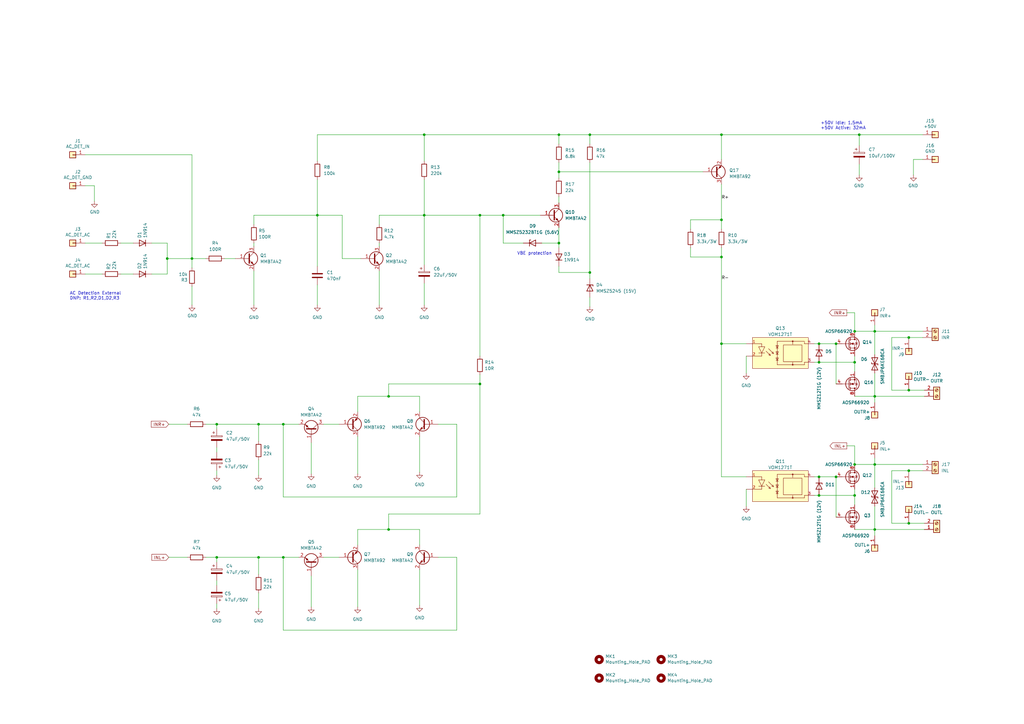
<source format=kicad_sch>
(kicad_sch (version 20230121) (generator eeschema)
  (paper "A3")
  (title_block (title "LS protection solid state relais") (date "2023-06-28") (rev "V7"))
  (lib_symbols
    (symbol "Connector:Screw_Terminal_01x02" (pin_names (offset 1.016) hide)
      (property "Reference" "J" (at 0 2.54 0))
      (property "Value" "Screw_Terminal_01x02" (at 0 -5.08 0))
      (symbol "Screw_Terminal_01x02_1_1"
        (rectangle (start -1.27 1.27) (end 1.27 -3.81) (stroke (width 0.254)) (fill (type background)))
        (circle (center 0 -2.54) (radius 0.635) (stroke (width 0.1524)))
        (polyline (pts (xy -0.5334 -2.2098) (xy 0.3302 -3.048)) (stroke (width 0.1524)))
        (polyline (pts (xy -0.5334 0.3302) (xy 0.3302 -0.508)) (stroke (width 0.1524)))
        (polyline (pts (xy -0.3556 -2.032) (xy 0.508 -2.8702)) (stroke (width 0.1524)))
        (polyline (pts (xy -0.3556 0.508) (xy 0.508 -0.3302)) (stroke (width 0.1524)))
        (circle (center 0 0) (radius 0.635) (stroke (width 0.1524)))
        (pin passive line (at -5.08 0 0) (length 3.81) (name "Pin_1") (number "1"))
        (pin passive line (at -5.08 -2.54 0) (length 3.81) (name "Pin_2") (number "2"))
      )
    )
    (symbol "Connector_Generic:Conn_01x01" (pin_names (offset 1.016) hide)
      (property "Reference" "J" (at 0 2.54 0))
      (property "Value" "Conn_01x01" (at 0 -2.54 0))
      (symbol "Conn_01x01_1_1"
        (rectangle (start -1.27 0.127) (end 0 -0.127) (stroke (width 0.1524)))
        (rectangle (start -1.27 1.27) (end 1.27 -1.27) (stroke (width 0.254)) (fill (type background)))
        (pin passive line (at -5.08 0 0) (length 3.81) (name "Pin_1") (number "1"))
      )
    )
    (symbol "Device:C" (pin_numbers hide) (pin_names (offset 0.254))
      (property "Reference" "C" (at 0.635 2.54 0))
      (property "Value" "C" (at 0.635 -2.54 0))
      (symbol "C_0_1"
        (polyline (pts (xy -2.032 -0.762) (xy 2.032 -0.762)) (stroke (width 0.508)))
        (polyline (pts (xy -2.032 0.762) (xy 2.032 0.762)) (stroke (width 0.508)))
      )
      (symbol "C_1_1"
        (pin passive line (at 0 3.81 270) (length 2.794) (name "~") (number "1"))
        (pin passive line (at 0 -3.81 90) (length 2.794) (name "~") (number "2"))
      )
    )
    (symbol "Device:C_Polarized" (pin_numbers hide) (pin_names (offset 0.254))
      (property "Reference" "C" (at 0.635 2.54 0))
      (property "Value" "C_Polarized" (at 0.635 -2.54 0))
      (symbol "C_Polarized_0_1"
        (rectangle (start -2.286 0.508) (end 2.286 1.016))
        (polyline (pts (xy -1.778 2.286) (xy -0.762 2.286)))
        (polyline (pts (xy -1.27 2.794) (xy -1.27 1.778)))
        (rectangle (start 2.286 -0.508) (end -2.286 -1.016) (fill (type outline)))
      )
      (symbol "C_Polarized_1_1"
        (pin passive line (at 0 3.81 270) (length 2.794) (name "~") (number "1"))
        (pin passive line (at 0 -3.81 90) (length 2.794) (name "~") (number "2"))
      )
    )
    (symbol "Device:D_TVS" (pin_numbers hide) (pin_names (offset 1.016) hide)
      (property "Reference" "D" (at 0 2.54 0))
      (property "Value" "D_TVS" (at 0 -2.54 0))
      (symbol "D_TVS_0_1"
        (polyline (pts (xy 1.27 0) (xy -1.27 0)))
        (polyline (pts (xy 0.508 1.27) (xy 0 1.27) (xy 0 -1.27) (xy -0.508 -1.27)) (stroke (width 0.254)))
        (polyline (pts (xy -2.54 1.27) (xy -2.54 -1.27) (xy 2.54 1.27) (xy 2.54 -1.27) (xy -2.54 1.27)) (stroke (width 0.254)))
      )
      (symbol "D_TVS_1_1"
        (pin passive line (at -3.81 0 0) (length 2.54) (name "A1") (number "1"))
        (pin passive line (at 3.81 0 180) (length 2.54) (name "A2") (number "2"))
      )
    )
    (symbol "Device:R" (pin_numbers hide) (pin_names (offset 0))
      (property "Reference" "R" (at 2.032 0 90))
      (property "Value" "R" (at 0 0 90))
      (symbol "R_0_1"
        (rectangle (start -1.016 -2.54) (end 1.016 2.54) (stroke (width 0.254)))
      )
      (symbol "R_1_1"
        (pin passive line (at 0 3.81 270) (length 1.27) (name "~") (number "1"))
        (pin passive line (at 0 -3.81 90) (length 1.27) (name "~") (number "2"))
      )
    )
    (symbol "Diode:1N4148" (pin_numbers hide) (pin_names (offset 1.016) hide)
      (property "Reference" "D" (at 0 2.54 0))
      (property "Value" "1N4148" (at 0 -2.54 0))
      (symbol "1N4148_0_1"
        (polyline (pts (xy -1.27 1.27) (xy -1.27 -1.27)) (stroke (width 0.254)))
        (polyline (pts (xy 1.27 0) (xy -1.27 0)))
        (polyline (pts (xy 1.27 1.27) (xy 1.27 -1.27) (xy -1.27 0) (xy 1.27 1.27)) (stroke (width 0.254)))
      )
      (symbol "1N4148_1_1"
        (pin passive line (at -3.81 0 0) (length 2.54) (name "K") (number "1"))
        (pin passive line (at 3.81 0 180) (length 2.54) (name "A") (number "2"))
      )
    )
    (symbol "Diode:1N47xxA" (pin_numbers hide) (pin_names (offset 1.016) hide)
      (property "Reference" "D" (at 0 2.54 0))
      (property "Value" "1N47xxA" (at 0 -2.54 0))
      (symbol "1N47xxA_0_1"
        (polyline (pts (xy 1.27 0) (xy -1.27 0)))
        (polyline (pts (xy -1.27 -1.27) (xy -1.27 1.27) (xy -0.762 1.27)) (stroke (width 0.254)))
        (polyline (pts (xy 1.27 -1.27) (xy 1.27 1.27) (xy -1.27 0) (xy 1.27 -1.27)) (stroke (width 0.254)))
      )
      (symbol "1N47xxA_1_1"
        (pin passive line (at -3.81 0 0) (length 2.54) (name "K") (number "1"))
        (pin passive line (at 3.81 0 180) (length 2.54) (name "A") (number "2"))
      )
    )
    (symbol "Mechanical:MountingHole" (pin_names (offset 1.016))
      (property "Reference" "H" (at 0 5.08 0))
      (property "Value" "MountingHole" (at 0 3.175 0))
      (symbol "MountingHole_0_1"
        (circle (center 0 0) (radius 1.27) (stroke (width 1.27)))
      )
    )
    (symbol "Transistor_BJT:MMBTA42" (pin_names (offset 0) hide)
      (property "Reference" "Q" (at 5.08 1.905 0))
      (property "Value" "MMBTA42" (at 5.08 0 0))
      (symbol "MMBTA42_0_1"
        (polyline (pts (xy 0 0) (xy 0.635 0)))
        (polyline (pts (xy 0.635 0.635) (xy 2.54 2.54)))
        (polyline (pts (xy 0.635 -0.635) (xy 2.54 -2.54) (xy 2.54 -2.54)))
        (polyline (pts (xy 0.635 1.905) (xy 0.635 -1.905) (xy 0.635 -1.905)) (stroke (width 0.508)))
        (polyline (pts (xy 1.27 -1.778) (xy 1.778 -1.27) (xy 2.286 -2.286) (xy 1.27 -1.778) (xy 1.27 -1.778)) (fill (type outline)))
        (circle (center 1.27 0) (radius 2.8194) (stroke (width 0.254)))
      )
      (symbol "MMBTA42_1_1"
        (pin input line (at -5.08 0 0) (length 5.08) (name "B") (number "1"))
        (pin passive line (at 2.54 -5.08 90) (length 2.54) (name "E") (number "2"))
        (pin passive line (at 2.54 5.08 270) (length 2.54) (name "C") (number "3"))
      )
    )
    (symbol "Transistor_BJT:MMBTA92" (pin_names (offset 0) hide)
      (property "Reference" "Q" (at 5.08 1.905 0))
      (property "Value" "MMBTA92" (at 5.08 0 0))
      (symbol "MMBTA92_0_1"
        (polyline (pts (xy 0 0) (xy 0.635 0)))
        (polyline (pts (xy 2.54 -2.54) (xy 0.635 -0.635)))
        (polyline (pts (xy 2.54 2.54) (xy 0.635 0.635)))
        (polyline (pts (xy 0.635 1.905) (xy 0.635 -1.905) (xy 0.635 -1.905)) (stroke (width 0.508)) (fill (type outline)))
        (polyline (pts (xy 1.905 -2.413) (xy 2.413 -1.905) (xy 1.397 -1.397) (xy 1.905 -2.413) (xy 1.905 -2.413)) (fill (type outline)))
        (circle (center 1.27 0) (radius 2.8194) (stroke (width 0.254)))
      )
      (symbol "MMBTA92_1_1"
        (pin input line (at -5.08 0 0) (length 5.08) (name "B") (number "1"))
        (pin passive line (at 2.54 -5.08 90) (length 2.54) (name "E") (number "2"))
        (pin passive line (at 2.54 5.08 270) (length 2.54) (name "C") (number "3"))
      )
    )
    (symbol "Transistor_FET:IRF7403" (pin_names hide)
      (property "Reference" "Q" (at 5.08 2.54 0))
      (property "Value" "IRF7403" (at 5.08 0 0))
      (symbol "IRF7403_0_1"
        (polyline (pts (xy 0.254 0) (xy -2.54 0)))
        (polyline (pts (xy 0.254 1.905) (xy 0.254 -1.905)) (stroke (width 0.254)))
        (polyline (pts (xy 0.762 -1.27) (xy 0.762 -2.286)) (stroke (width 0.254)))
        (polyline (pts (xy 0.762 0.508) (xy 0.762 -0.508)) (stroke (width 0.254)))
        (polyline (pts (xy 0.762 2.286) (xy 0.762 1.27)) (stroke (width 0.254)))
        (polyline (pts (xy 2.54 2.54) (xy 2.54 1.778)))
        (polyline (pts (xy 2.54 -2.54) (xy 2.54 0) (xy 0.762 0)))
        (polyline (pts (xy 0.762 -1.778) (xy 3.302 -1.778) (xy 3.302 1.778) (xy 0.762 1.778)))
        (polyline (pts (xy 1.016 0) (xy 2.032 0.381) (xy 2.032 -0.381) (xy 1.016 0)) (fill (type outline)))
        (polyline (pts (xy 2.794 0.508) (xy 2.921 0.381) (xy 3.683 0.381) (xy 3.81 0.254)))
        (polyline (pts (xy 3.302 0.381) (xy 2.921 -0.254) (xy 3.683 -0.254) (xy 3.302 0.381)))
        (circle (center 1.651 0) (radius 2.794) (stroke (width 0.254)))
        (circle (center 2.54 -1.778) (radius 0.254) (fill (type outline)))
        (circle (center 2.54 1.778) (radius 0.254) (fill (type outline)))
      )
      (symbol "IRF7403_1_1"
        (pin passive line (at 2.54 -5.08 90) (length 2.54) (name "S") (number "1"))
        (pin passive line (at 2.54 -5.08 90) (length 2.54) hide (name "S") (number "2"))
        (pin passive line (at 2.54 -5.08 90) (length 2.54) hide (name "S") (number "3"))
        (pin input line (at -5.08 0 0) (length 2.54) (name "G") (number "4"))
        (pin passive line (at 2.54 5.08 270) (length 2.54) hide (name "D") (number "5"))
        (pin passive line (at 2.54 5.08 270) (length 2.54) hide (name "D") (number "6"))
        (pin passive line (at 2.54 5.08 270) (length 2.54) hide (name "D") (number "7"))
        (pin passive line (at 2.54 5.08 270) (length 2.54) (name "D") (number "8"))
      )
    )
    (symbol "kicad-snk:VOM1271T" (pin_names (offset 1.016))
      (property "Reference" "Q" (at 0 5.08 0))
      (property "Value" "VOM1271T" (at 0 7.62 0))
      (symbol "VOM1271T_1_1"
        (polyline (pts (xy 7.62 -3.81) (xy 10.16 -3.81)))
        (polyline (pts (xy 7.62 -1.27) (xy 8.89 -3.81)))
        (polyline (pts (xy 7.62 -1.27) (xy 10.16 -1.27)))
        (polyline (pts (xy 8.89 -5.08) (xy 8.89 -3.81)))
        (polyline (pts (xy 8.89 -3.81) (xy 10.16 -1.27)))
        (polyline (pts (xy 8.89 0) (xy 8.89 -1.27)))
        (polyline (pts (xy 10.668 -3.048) (xy 12.446 -4.826)))
        (polyline (pts (xy 11.684 -2.032) (xy 13.716 -4.064)))
        (polyline (pts (xy 12.446 -4.826) (xy 11.684 -4.572)))
        (polyline (pts (xy 12.446 -4.826) (xy 12.192 -4.064)))
        (polyline (pts (xy 13.716 -4.064) (xy 12.954 -3.81)))
        (polyline (pts (xy 13.716 -4.064) (xy 13.462 -3.302)))
        (polyline (pts (xy 14.732 -6.858) (xy 15.748 -6.858)))
        (polyline (pts (xy 14.732 -5.842) (xy 15.748 -5.842)))
        (polyline (pts (xy 14.732 -4.318) (xy 15.748 -4.318)))
        (polyline (pts (xy 14.732 -3.302) (xy 15.24 -4.318)))
        (polyline (pts (xy 14.732 -3.302) (xy 15.748 -3.302)))
        (polyline (pts (xy 14.732 -1.778) (xy 15.748 -1.778)))
        (polyline (pts (xy 14.732 -0.762) (xy 15.748 -0.762)))
        (polyline (pts (xy 15.24 -8.636) (xy 15.24 1.016)))
        (polyline (pts (xy 15.24 -8.636) (xy 26.416 -8.636)))
        (polyline (pts (xy 15.24 -6.858) (xy 14.732 -5.842)))
        (polyline (pts (xy 15.24 -4.318) (xy 15.748 -3.302)))
        (polyline (pts (xy 15.24 -1.778) (xy 14.732 -0.762)))
        (polyline (pts (xy 15.24 1.016) (xy 26.416 1.016)))
        (polyline (pts (xy 15.748 -5.842) (xy 15.24 -6.858)))
        (polyline (pts (xy 15.748 -0.762) (xy 15.24 -1.778)))
        (polyline (pts (xy 21.59 -8.636) (xy 21.59 -7.62)))
        (polyline (pts (xy 21.59 1.016) (xy 21.59 -0.254)))
        (polyline (pts (xy 26.416 -8.636) (xy 26.416 -7.62)))
        (polyline (pts (xy 26.416 0) (xy 26.416 0.762)))
        (rectangle (start 5.08 2.54) (end 27.94 -10.16) (fill (type background)))
        (rectangle (start 17.78 -0.508) (end 25.4 -7.366) (fill (type background)))
        (circle (center 21.59 -8.636) (radius 0.254))
        (circle (center 21.59 1.016) (radius 0.254))
        (pin passive line (at 2.54 0 0) (length 6.35) (name "ANODE") (number "1"))
        (pin passive line (at 2.54 -5.08 0) (length 6.35) (name "CATHODE") (number "2"))
        (pin passive line (at 30.48 -7.62 180) (length 4.064) (name "3") (number "3"))
        (pin passive line (at 30.48 0 180) (length 4.064) (name "4") (number "4"))
      )
    )
    (symbol "power:GND" (power) (pin_names (offset 0))
      (property "Value" "GND" (at 0 -3.81 0))
      (symbol "GND_0_1"
        (polyline (pts (xy 0 0) (xy 0 -1.27) (xy 1.27 -1.27) (xy 0 -2.54) (xy -1.27 -1.27) (xy 0 -1.27)))
      )
      (symbol "GND_1_1"
        (pin power_in line (at 0 0 270) (length 0) hide (name "GND") (number "1"))
      )
    )
  )
  (junction (at 335.915 195.58))
  (junction (at 68.58 106.045))
  (junction (at 173.99 88.265))
  (junction (at 295.91 55.245))
  (junction (at 88.9 228.6))
  (junction (at 130.175 88.265))
  (junction (at 196.85 88.265))
  (junction (at 342.9 195.58))
  (junction (at 241.935 111.76))
  (junction (at 342.9 140.97))
  (junction (at 106.045 173.99))
  (junction (at 116.205 228.6))
  (junction (at 335.915 203.2))
  (junction (at 106.045 228.6))
  (junction (at 350.52 135.89))
  (junction (at 335.915 148.59))
  (junction (at 206.375 88.265))
  (junction (at 78.74 106.045))
  (junction (at 295.91 140.97))
  (junction (at 358.775 217.17))
  (junction (at 350.52 190.5))
  (junction (at 358.775 190.5))
  (junction (at 352.425 55.245))
  (junction (at 196.85 157.48))
  (junction (at 372.745 214.63))
  (junction (at 295.91 105.41))
  (junction (at 159.385 162.56))
  (junction (at 229.235 70.485))
  (junction (at 372.745 160.02))
  (junction (at 116.205 173.99))
  (junction (at 229.235 55.245))
  (junction (at 358.775 135.89))
  (junction (at 350.52 148.59))
  (junction (at 229.235 99.695))
  (junction (at 159.385 217.17))
  (junction (at 241.935 55.245))
  (junction (at 88.9 173.99))
  (junction (at 335.915 140.97))
  (junction (at 372.745 193.04))
  (junction (at 350.52 203.2))
  (junction (at 295.91 90.17))
  (junction (at 173.99 55.245))
  (junction (at 358.775 162.56))
  (junction (at 372.745 138.43))
  (wire (pts (xy 342.9 140.97) (xy 342.9 157.48)))
  (wire (pts (xy 116.205 203.835) (xy 187.325 203.835)))
  (wire (pts (xy 295.91 55.245) (xy 295.91 65.405)))
  (wire (pts (xy 196.85 210.82) (xy 196.85 157.48)))
  (wire (pts (xy 335.915 148.59) (xy 350.52 148.59)))
  (wire (pts (xy 104.14 111.125) (xy 104.14 125.095)))
  (wire (pts (xy 295.91 55.245) (xy 352.425 55.245)))
  (wire (pts (xy 229.235 70.485) (xy 288.29 70.485)))
  (wire (pts (xy 104.14 99.695) (xy 104.14 100.965)))
  (wire (pts (xy 132.715 228.6) (xy 139.065 228.6)))
  (wire (pts (xy 334.01 195.58) (xy 335.915 195.58)))
  (wire (pts (xy 92.075 106.045) (xy 96.52 106.045)))
  (wire (pts (xy 173.99 116.205) (xy 173.99 125.095)))
  (wire (pts (xy 88.9 228.6) (xy 88.9 230.505)))
  (wire (pts (xy 372.745 193.04) (xy 372.745 193.675)))
  (wire (pts (xy 358.775 217.17) (xy 379.095 217.17)))
  (wire (pts (xy 187.325 258.445) (xy 187.325 228.6)))
  (wire (pts (xy 159.385 157.48) (xy 159.385 162.56)))
  (wire (pts (xy 350.52 135.89) (xy 358.775 135.89)))
  (wire (pts (xy 372.745 159.385) (xy 372.745 160.02)))
  (wire (pts (xy 78.74 117.475) (xy 78.74 125.095)))
  (wire (pts (xy 358.775 145.415) (xy 358.775 135.89)))
  (wire (pts (xy 106.045 243.205) (xy 106.045 249.555)))
  (wire (pts (xy 196.85 157.48) (xy 159.385 157.48)))
  (wire (pts (xy 374.65 65.405) (xy 378.46 65.405)))
  (wire (pts (xy 229.235 93.345) (xy 229.235 99.695)))
  (wire (pts (xy 140.335 106.045) (xy 147.955 106.045)))
  (wire (pts (xy 335.915 140.97) (xy 342.9 140.97)))
  (wire (pts (xy 229.235 111.76) (xy 241.935 111.76)))
  (wire (pts (xy 127.635 181.61) (xy 127.635 194.31)))
  (wire (pts (xy 172.085 217.17) (xy 172.085 223.52)))
  (wire (pts (xy 88.9 173.99) (xy 106.045 173.99)))
  (wire (pts (xy 88.9 183.515) (xy 88.9 185.42)))
  (wire (pts (xy 140.335 88.265) (xy 140.335 106.045)))
  (wire (pts (xy 295.91 90.17) (xy 295.91 93.98)))
  (wire (pts (xy 295.91 140.97) (xy 295.91 195.58)))
  (wire (pts (xy 38.735 76.2) (xy 34.925 76.2)))
  (wire (pts (xy 295.91 105.41) (xy 295.91 140.97)))
  (wire (pts (xy 78.74 63.5) (xy 34.925 63.5)))
  (wire (pts (xy 173.99 88.265) (xy 155.575 88.265)))
  (wire (pts (xy 62.23 112.395) (xy 68.58 112.395)))
  (wire (pts (xy 241.935 121.92) (xy 241.935 125.73)))
  (wire (pts (xy 365.76 193.04) (xy 365.76 214.63)))
  (wire (pts (xy 334.01 203.2) (xy 335.915 203.2)))
  (wire (pts (xy 378.46 193.04) (xy 372.745 193.04)))
  (wire (pts (xy 378.46 138.43) (xy 372.745 138.43)))
  (wire (pts (xy 306.07 146.05) (xy 306.07 153.035)))
  (wire (pts (xy 116.205 228.6) (xy 116.205 258.445)))
  (wire (pts (xy 78.74 106.045) (xy 84.455 106.045)))
  (wire (pts (xy 49.53 99.695) (xy 54.61 99.695)))
  (wire (pts (xy 206.375 88.265) (xy 221.615 88.265)))
  (wire (pts (xy 347.345 182.88) (xy 350.52 182.88)))
  (wire (pts (xy 106.045 188.595) (xy 106.045 194.945)))
  (wire (pts (xy 358.775 190.5) (xy 378.46 190.5)))
  (wire (pts (xy 127.635 236.22) (xy 127.635 248.92)))
  (wire (pts (xy 350.52 200.66) (xy 350.52 203.2)))
  (wire (pts (xy 295.91 195.58) (xy 306.07 195.58)))
  (wire (pts (xy 283.21 93.98) (xy 283.21 90.17)))
  (wire (pts (xy 295.91 101.6) (xy 295.91 105.41)))
  (wire (pts (xy 241.935 111.76) (xy 241.935 114.3)))
  (wire (pts (xy 352.425 55.245) (xy 378.46 55.245)))
  (wire (pts (xy 229.235 109.22) (xy 229.235 111.76)))
  (wire (pts (xy 372.745 160.02) (xy 379.095 160.02)))
  (wire (pts (xy 155.575 88.265) (xy 155.575 92.075)))
  (wire (pts (xy 34.925 99.695) (xy 41.91 99.695)))
  (wire (pts (xy 173.99 55.245) (xy 130.175 55.245)))
  (wire (pts (xy 34.925 112.395) (xy 41.91 112.395)))
  (wire (pts (xy 68.58 106.045) (xy 68.58 112.395)))
  (wire (pts (xy 229.235 66.675) (xy 229.235 70.485)))
  (wire (pts (xy 49.53 112.395) (xy 54.61 112.395)))
  (wire (pts (xy 155.575 99.695) (xy 155.575 100.965)))
  (wire (pts (xy 106.045 228.6) (xy 116.205 228.6)))
  (wire (pts (xy 116.205 258.445) (xy 187.325 258.445)))
  (wire (pts (xy 173.99 73.66) (xy 173.99 88.265)))
  (wire (pts (xy 104.14 88.265) (xy 104.14 92.075)))
  (wire (pts (xy 196.85 88.265) (xy 196.85 146.05)))
  (wire (pts (xy 130.175 88.265) (xy 140.335 88.265)))
  (wire (pts (xy 295.91 140.97) (xy 306.07 140.97)))
  (wire (pts (xy 334.01 140.97) (xy 335.915 140.97)))
  (wire (pts (xy 350.52 217.17) (xy 358.775 217.17)))
  (wire (pts (xy 159.385 217.17) (xy 159.385 210.82)))
  (wire (pts (xy 106.045 173.99) (xy 106.045 180.975)))
  (wire (pts (xy 106.045 173.99) (xy 116.205 173.99)))
  (wire (pts (xy 116.205 173.99) (xy 122.555 173.99)))
  (wire (pts (xy 104.14 88.265) (xy 130.175 88.265)))
  (wire (pts (xy 358.775 207.645) (xy 358.775 217.17)))
  (wire (pts (xy 352.425 67.31) (xy 352.425 71.755)))
  (wire (pts (xy 78.74 106.045) (xy 78.74 109.855)))
  (wire (pts (xy 187.325 228.6) (xy 179.705 228.6)))
  (wire (pts (xy 130.175 73.66) (xy 130.175 88.265)))
  (wire (pts (xy 358.775 187.96) (xy 358.775 190.5)))
  (wire (pts (xy 358.775 217.17) (xy 358.775 219.71)))
  (wire (pts (xy 241.935 55.245) (xy 241.935 59.055)))
  (wire (pts (xy 146.685 179.07) (xy 146.685 194.31)))
  (wire (pts (xy 347.345 128.27) (xy 350.52 128.27)))
  (wire (pts (xy 173.99 55.245) (xy 229.235 55.245)))
  (wire (pts (xy 106.045 228.6) (xy 106.045 235.585)))
  (wire (pts (xy 350.52 182.88) (xy 350.52 190.5)))
  (wire (pts (xy 334.01 148.59) (xy 335.915 148.59)))
  (wire (pts (xy 342.9 195.58) (xy 342.9 212.09)))
  (wire (pts (xy 173.99 55.245) (xy 173.99 66.04)))
  (wire (pts (xy 295.91 75.565) (xy 295.91 90.17)))
  (wire (pts (xy 130.175 55.245) (xy 130.175 66.04)))
  (wire (pts (xy 130.175 88.265) (xy 130.175 109.22)))
  (wire (pts (xy 172.085 179.07) (xy 172.085 193.675)))
  (wire (pts (xy 68.58 99.695) (xy 62.23 99.695)))
  (wire (pts (xy 350.52 148.59) (xy 350.52 152.4)))
  (wire (pts (xy 283.21 105.41) (xy 283.21 101.6)))
  (wire (pts (xy 358.775 153.035) (xy 358.775 162.56)))
  (wire (pts (xy 222.25 99.695) (xy 229.235 99.695)))
  (wire (pts (xy 173.99 88.265) (xy 196.85 88.265)))
  (wire (pts (xy 159.385 162.56) (xy 172.085 162.56)))
  (wire (pts (xy 88.9 173.99) (xy 88.9 175.895)))
  (wire (pts (xy 283.21 90.17) (xy 295.91 90.17)))
  (wire (pts (xy 68.58 106.045) (xy 78.74 106.045)))
  (wire (pts (xy 350.52 146.05) (xy 350.52 148.59)))
  (wire (pts (xy 88.9 228.6) (xy 106.045 228.6)))
  (wire (pts (xy 229.235 99.695) (xy 229.235 101.6)))
  (wire (pts (xy 229.235 55.245) (xy 229.235 59.055)))
  (wire (pts (xy 350.52 128.27) (xy 350.52 135.89)))
  (wire (pts (xy 38.735 82.55) (xy 38.735 76.2)))
  (wire (pts (xy 187.325 203.835) (xy 187.325 173.99)))
  (wire (pts (xy 116.205 173.99) (xy 116.205 203.835)))
  (wire (pts (xy 229.235 70.485) (xy 229.235 73.025)))
  (wire (pts (xy 146.685 162.56) (xy 159.385 162.56)))
  (wire (pts (xy 88.9 193.04) (xy 88.9 194.945)))
  (wire (pts (xy 241.935 66.675) (xy 241.935 111.76)))
  (wire (pts (xy 88.9 238.125) (xy 88.9 240.03)))
  (wire (pts (xy 372.745 193.04) (xy 365.76 193.04)))
  (wire (pts (xy 372.745 213.995) (xy 372.745 214.63)))
  (wire (pts (xy 172.085 233.68) (xy 172.085 248.285)))
  (wire (pts (xy 146.685 217.17) (xy 159.385 217.17)))
  (wire (pts (xy 88.9 247.65) (xy 88.9 249.555)))
  (wire (pts (xy 365.76 160.02) (xy 372.745 160.02)))
  (wire (pts (xy 335.915 195.58) (xy 342.9 195.58)))
  (wire (pts (xy 196.85 153.67) (xy 196.85 157.48)))
  (wire (pts (xy 187.325 173.99) (xy 179.705 173.99)))
  (wire (pts (xy 335.915 203.2) (xy 350.52 203.2)))
  (wire (pts (xy 132.715 173.99) (xy 139.065 173.99)))
  (wire (pts (xy 350.52 162.56) (xy 358.775 162.56)))
  (wire (pts (xy 68.58 106.045) (xy 68.58 99.695)))
  (wire (pts (xy 69.215 173.99) (xy 76.835 173.99)))
  (wire (pts (xy 358.775 133.35) (xy 358.775 135.89)))
  (wire (pts (xy 372.745 214.63) (xy 379.095 214.63)))
  (wire (pts (xy 146.685 223.52) (xy 146.685 217.17)))
  (wire (pts (xy 206.375 99.695) (xy 206.375 88.265)))
  (wire (pts (xy 172.085 162.56) (xy 172.085 168.91)))
  (wire (pts (xy 358.775 200.025) (xy 358.775 190.5)))
  (wire (pts (xy 78.74 106.045) (xy 78.74 63.5)))
  (wire (pts (xy 196.85 88.265) (xy 206.375 88.265)))
  (wire (pts (xy 159.385 217.17) (xy 172.085 217.17)))
  (wire (pts (xy 84.455 228.6) (xy 88.9 228.6)))
  (wire (pts (xy 173.99 88.265) (xy 173.99 108.585)))
  (wire (pts (xy 358.775 135.89) (xy 378.46 135.89)))
  (wire (pts (xy 146.685 168.91) (xy 146.685 162.56)))
  (wire (pts (xy 229.235 80.645) (xy 229.235 83.185)))
  (wire (pts (xy 69.215 228.6) (xy 76.835 228.6)))
  (wire (pts (xy 84.455 173.99) (xy 88.9 173.99)))
  (wire (pts (xy 372.745 138.43) (xy 365.76 138.43)))
  (wire (pts (xy 283.21 105.41) (xy 295.91 105.41)))
  (wire (pts (xy 358.775 162.56) (xy 358.775 165.1)))
  (wire (pts (xy 155.575 111.125) (xy 155.575 125.095)))
  (wire (pts (xy 365.76 138.43) (xy 365.76 160.02)))
  (wire (pts (xy 365.76 214.63) (xy 372.745 214.63)))
  (wire (pts (xy 352.425 55.245) (xy 352.425 59.69)))
  (wire (pts (xy 130.175 116.84) (xy 130.175 125.095)))
  (wire (pts (xy 159.385 210.82) (xy 196.85 210.82)))
  (wire (pts (xy 146.685 233.68) (xy 146.685 248.92)))
  (wire (pts (xy 241.935 55.245) (xy 295.91 55.245)))
  (wire (pts (xy 372.745 138.43) (xy 372.745 139.065)))
  (wire (pts (xy 350.52 203.2) (xy 350.52 207.01)))
  (wire (pts (xy 374.65 71.755) (xy 374.65 65.405)))
  (wire (pts (xy 214.63 99.695) (xy 206.375 99.695)))
  (wire (pts (xy 229.235 55.245) (xy 241.935 55.245)))
  (wire (pts (xy 350.52 190.5) (xy 358.775 190.5)))
  (wire (pts (xy 306.07 200.66) (xy 306.07 207.645)))
  (wire (pts (xy 116.205 228.6) (xy 122.555 228.6)))
  (wire (pts (xy 358.775 162.56) (xy 379.095 162.56)))
  (text "+50V Idle: 1.5mA\n+50V Active: 32mA" (at 336.55 53.34 0) (effects (font (size 1.27 1.27)) (justify left bottom)))
  (text "AC Detection External\nDNP: R1,R2,D1,D2,R3" (at 28.575 123.19 0) (effects (font (size 1.27 1.27)) (justify left bottom)))
  (text "VBE protection" (at 212.09 104.775 0) (effects (font (size 1.27 1.27)) (justify left bottom)))
  (label "R+" (at 295.91 81.915 0))
  (label "R-" (at 295.91 114.935 0))
  (global_label "INL+" (shape output) (at 347.345 182.88 180) (property "Intersheetrefs" "${INTERSHEET_REFS}" (effects hide)))
  (global_label "INL+" (shape input) (at 69.215 228.6 180) (property "Intersheetrefs" "${INTERSHEET_REFS}" (effects hide)))
  (global_label "INR+" (shape output) (at 347.345 128.27 180) (property "Intersheetrefs" "${INTERSHEET_REFS}" (effects hide)))
  (global_label "INR+" (shape input) (at 69.215 173.99 180) (property "Intersheetrefs" "${INTERSHEET_REFS}" (effects hide)))
  (symbol (lib_id "power:GND") (at 374.65 71.755 0) (mirror y) (unit 1)
    (property "Reference" "#PWR0101" (effects hide))
    (property "Value" "GND" (at 374.523 76.1492 0))
  )
  (symbol (lib_id "Diode:1N47xxA") (at 335.915 144.78 270) (unit 1)
    (property "Reference" "D5" (at 338.455 144.145 90) (effects (justify left)))
    (property "Value" "MMSZ12T1G (12V)" (at 335.915 150.495 0) (effects (justify left)))
    (property "Footprint" "Diode_SMD:D_SOD-123" (effects hide))
  )
  (symbol (lib_id "power:GND") (at 306.07 207.645 0) (unit 1)
    (property "Reference" "#PWR0102" (effects hide))
    (property "Value" "GND" (at 306.07 212.725 0))
  )
  (symbol (lib_id "power:GND") (at 146.685 248.92 0) (unit 1)
    (property "Reference" "#PWR0110" (effects hide))
    (property "Value" "GND" (at 146.685 254 0))
  )
  (symbol (lib_id "Connector_Generic:Conn_01x01") (at 358.775 128.27 90) (unit 1)
    (property "Reference" "J7" (at 360.68 127 90) (effects (justify right)))
    (property "Value" "INR+" (at 360.68 129.54 90) (effects (justify right)))
    (property "Footprint" "kicad-snk:TE-726386-2_Pitch5.08mm_Drill1.3mm" (effects hide))
  )
  (symbol (lib_id "Device:R") (at 104.14 95.885 0) (unit 1)
    (property "Reference" "R5" (at 106.045 94.6149 0) (effects (justify left)))
    (property "Value" "100R" (at 106.045 97.1549 0) (effects (justify left)))
    (property "Footprint" "Resistor_SMD:R_0805_2012Metric_Pad1.20x1.40mm_HandSolder" (effects hide))
  )
  (symbol (lib_id "Transistor_FET:IRF7403") (at 347.98 195.58 0) (unit 1)
    (property "Reference" "Q12" (at 353.695 194.945 0) (effects (justify left)))
    (property "Value" "AOSP66920" (at 338.455 190.5 0) (effects (justify left)))
    (property "Footprint" "Package_SO:SOIC-8_3.9x4.9mm_P1.27mm" (effects hide))
    (property "Datasheet" "https://www.infineon.com/dgdl/irf7403pbf.pdf?fileId=5546d462533600a4015355fa23541b9c" (effects hide))
  )
  (symbol (lib_id "Transistor_BJT:MMBTA42") (at 174.625 228.6 0) (mirror y) (unit 1)
    (property "Reference" "Q9" (at 169.545 227.3299 0) (effects (justify left)))
    (property "Value" "MMBTA42" (at 169.545 229.8699 0) (effects (justify left)))
    (property "Footprint" "Package_TO_SOT_SMD:SOT-23" (effects hide))
    (property "Datasheet" "https://www.onsemi.com/pub/Collateral/MMBTA42LT1-D.PDF" (effects hide))
  )
  (symbol (lib_id "Transistor_BJT:MMBTA42") (at 101.6 106.045 0) (unit 1)
    (property "Reference" "Q1" (at 106.68 104.7749 0) (effects (justify left)))
    (property "Value" "MMBTA42" (at 106.68 107.3149 0) (effects (justify left)))
    (property "Footprint" "Package_TO_SOT_SMD:SOT-23" (effects hide))
    (property "Datasheet" "https://www.onsemi.com/pub/Collateral/MMBTA42LT1-D.PDF" (effects hide))
  )
  (symbol (lib_id "Transistor_BJT:MMBTA42") (at 153.035 106.045 0) (unit 1)
    (property "Reference" "Q2" (at 158.115 104.7749 0) (effects (justify left)))
    (property "Value" "MMBTA42" (at 158.115 107.3149 0) (effects (justify left)))
    (property "Footprint" "Package_TO_SOT_SMD:SOT-23" (effects hide))
    (property "Datasheet" "https://www.onsemi.com/pub/Collateral/MMBTA42LT1-D.PDF" (effects hide))
  )
  (symbol (lib_id "Connector_Generic:Conn_01x01") (at 358.775 170.18 270) (unit 1)
    (property "Reference" "J8" (at 356.87 171.45 90) (effects (justify right)))
    (property "Value" "OUTR+" (at 356.87 168.91 90) (effects (justify right)))
    (property "Footprint" "kicad-snk:TE-726386-2_Pitch5.08mm_Drill1.3mm" (effects hide))
  )
  (symbol (lib_id "Mechanical:MountingHole") (at 271.145 278.13 0) (unit 1)
    (property "Reference" "MK4" (at 273.685 276.8346 0) (effects (justify left)))
    (property "Value" "Mounting_Hole_PAD" (at 273.685 279.146 0) (effects (justify left)))
    (property "Footprint" "MountingHole:MountingHole_3.2mm_M3_Pad_Via" (effects hide))
  )
  (symbol (lib_id "Mechanical:MountingHole") (at 245.745 278.13 0) (unit 1)
    (property "Reference" "MK2" (at 248.285 276.8346 0) (effects (justify left)))
    (property "Value" "Mounting_Hole_PAD" (at 248.285 279.146 0) (effects (justify left)))
    (property "Footprint" "MountingHole:MountingHole_3.2mm_M3_Pad_Via" (effects hide))
  )
  (symbol (lib_id "Connector:Screw_Terminal_01x02") (at 383.54 135.89 0) (unit 1)
    (property "Reference" "J11" (at 386.08 135.8899 0) (effects (justify left)))
    (property "Value" "INR" (at 386.08 138.4299 0) (effects (justify left)))
    (property "Footprint" "TerminalBlock_RND:TerminalBlock_RND_205-00012_1x02_P5.00mm_Horizontal" (effects hide))
  )
  (symbol (lib_id "Diode:1N4148") (at 229.235 105.41 90) (unit 1)
    (property "Reference" "D3" (at 231.267 104.2416 90) (effects (justify right)))
    (property "Value" "1N914" (at 231.267 106.553 90) (effects (justify right)))
    (property "Footprint" "Diode_SMD:D_SOD-123" (effects hide))
    (property "Datasheet" "https://assets.nexperia.com/documents/data-sheet/1N4148_1N4448.pdf" (effects hide))
  )
  (symbol (lib_id "Connector_Generic:Conn_01x01") (at 29.845 63.5 180) (unit 1)
    (property "Reference" "J1" (at 31.9278 57.785 0))
    (property "Value" "AC_DET_IN" (at 31.9278 60.0964 0))
    (property "Footprint" "Connector_Pin:Pin_D1.0mm_L10.0mm" (effects hide))
  )
  (symbol (lib_id "Device:R") (at 45.72 112.395 90) (unit 1)
    (property "Reference" "R2" (at 44.5516 110.617 0) (effects (justify left)))
    (property "Value" "22k" (at 46.863 110.617 0) (effects (justify left)))
    (property "Footprint" "Resistor_SMD:R_0805_2012Metric_Pad1.20x1.40mm_HandSolder" (effects hide))
  )
  (symbol (lib_id "Device:C_Polarized") (at 88.9 189.23 180) (unit 1)
    (property "Reference" "C3" (at 92.075 188.8489 0) (effects (justify right)))
    (property "Value" "47uF/50V" (at 92.075 191.3889 0) (effects (justify right)))
    (property "Footprint" "Capacitor_THT:CP_Radial_D6.3mm_P2.50mm" (effects hide))
  )
  (symbol (lib_id "Connector_Generic:Conn_01x01") (at 29.845 112.395 180) (unit 1)
    (property "Reference" "J4" (at 31.9278 106.68 0))
    (property "Value" "AC_DET_AC" (at 31.9278 108.9914 0))
    (property "Footprint" "Connector_Pin:Pin_D1.0mm_L10.0mm" (effects hide))
  )
  (symbol (lib_id "Transistor_FET:IRF7403") (at 347.98 157.48 0) (mirror x) (unit 1)
    (property "Reference" "Q16" (at 354.33 156.845 0) (effects (justify left)))
    (property "Value" "AOSP66920" (at 345.44 165.1 0) (effects (justify left)))
    (property "Footprint" "Package_SO:SOIC-8_3.9x4.9mm_P1.27mm" (effects hide))
    (property "Datasheet" "https://www.infineon.com/dgdl/irf7403pbf.pdf?fileId=5546d462533600a4015355fa23541b9c" (effects hide))
  )
  (symbol (lib_id "power:GND") (at 38.735 82.55 0) (unit 1)
    (property "Reference" "#PWR0119" (effects hide))
    (property "Value" "GND" (at 38.862 86.9442 0))
  )
  (symbol (lib_id "Connector_Generic:Conn_01x01") (at 358.775 182.88 90) (unit 1)
    (property "Reference" "J5" (at 360.68 181.61 90) (effects (justify right)))
    (property "Value" "INL+" (at 360.68 184.15 90) (effects (justify right)))
    (property "Footprint" "kicad-snk:TE-726386-2_Pitch5.08mm_Drill1.3mm" (effects hide))
  )
  (symbol (lib_id "Device:R") (at 173.99 69.85 0) (unit 1)
    (property "Reference" "R13" (at 176.53 68.5799 0) (effects (justify left)))
    (property "Value" "220k" (at 176.53 71.1199 0) (effects (justify left)))
    (property "Footprint" "Resistor_SMD:R_0805_2012Metric_Pad1.20x1.40mm_HandSolder" (effects hide))
  )
  (symbol (lib_id "power:GND") (at 127.635 248.92 0) (unit 1)
    (property "Reference" "#PWR0107" (effects hide))
    (property "Value" "GND" (at 127.635 254 0))
  )
  (symbol (lib_id "power:GND") (at 88.9 249.555 0) (unit 1)
    (property "Reference" "#PWR0108" (effects hide))
    (property "Value" "GND" (at 88.9 254.635 0))
  )
  (symbol (lib_id "Mechanical:MountingHole") (at 271.145 270.51 0) (unit 1)
    (property "Reference" "MK3" (at 273.685 269.2146 0) (effects (justify left)))
    (property "Value" "Mounting_Hole_PAD" (at 273.685 271.526 0) (effects (justify left)))
    (property "Footprint" "MountingHole:MountingHole_3.2mm_M3_Pad_Via" (effects hide))
  )
  (symbol (lib_id "power:GND") (at 352.425 71.755 0) (mirror y) (unit 1)
    (property "Reference" "#PWR02" (effects hide))
    (property "Value" "GND" (at 352.298 76.1492 0))
  )
  (symbol (lib_id "Transistor_BJT:MMBTA92") (at 293.37 70.485 0) (mirror x) (unit 1)
    (property "Reference" "Q17" (at 299.085 69.85 0) (effects (justify left)))
    (property "Value" "MMBTA92" (at 299.085 72.39 0) (effects (justify left)))
    (property "Footprint" "Package_TO_SOT_SMD:SOT-23" (effects hide))
    (property "Datasheet" "https://www.onsemi.com/pub/Collateral/MMBTA92LT1-D.PDF" (effects hide))
  )
  (symbol (lib_id "Connector_Generic:Conn_01x01") (at 383.54 65.405 0) (mirror x) (unit 1)
    (property "Reference" "J16" (at 381.4572 59.69 0))
    (property "Value" "GND" (at 381.4572 62.0014 0))
    (property "Footprint" "Connector_Pin:Pin_D1.0mm_L10.0mm" (effects hide))
  )
  (symbol (lib_id "Device:C_Polarized") (at 88.9 234.315 0) (unit 1)
    (property "Reference" "C4" (at 92.71 232.1559 0) (effects (justify left)))
    (property "Value" "47uF/50V" (at 92.71 234.6959 0) (effects (justify left)))
    (property "Footprint" "Capacitor_THT:CP_Radial_D6.3mm_P2.50mm" (effects hide))
  )
  (symbol (lib_id "Transistor_BJT:MMBTA92") (at 144.145 228.6 0) (mirror x) (unit 1)
    (property "Reference" "Q7" (at 149.225 227.3299 0) (effects (justify left)))
    (property "Value" "MMBTA92" (at 149.225 229.8699 0) (effects (justify left)))
    (property "Footprint" "Package_TO_SOT_SMD:SOT-23" (effects hide))
    (property "Datasheet" "https://www.onsemi.com/pub/Collateral/MMBTA92LT1-D.PDF" (effects hide))
  )
  (symbol (lib_id "Device:C") (at 130.175 113.03 0) (unit 1)
    (property "Reference" "C1" (at 133.985 111.7599 0) (effects (justify left)))
    (property "Value" "470nF" (at 133.985 114.2999 0) (effects (justify left)))
    (property "Footprint" "Capacitor_SMD:C_1206_3216Metric_Pad1.33x1.80mm_HandSolder" (effects hide))
  )
  (symbol (lib_id "Device:C_Polarized") (at 88.9 179.705 0) (unit 1)
    (property "Reference" "C2" (at 92.71 177.5459 0) (effects (justify left)))
    (property "Value" "47uF/50V" (at 92.71 180.0859 0) (effects (justify left)))
    (property "Footprint" "Capacitor_THT:CP_Radial_D6.3mm_P2.50mm" (effects hide))
  )
  (symbol (lib_id "power:GND") (at 306.07 153.035 0) (unit 1)
    (property "Reference" "#PWR01" (effects hide))
    (property "Value" "GND" (at 306.07 158.115 0))
  )
  (symbol (lib_id "Diode:1N4148") (at 58.42 112.395 180) (unit 1)
    (property "Reference" "D2" (at 57.2516 110.363 90) (effects (justify right)))
    (property "Value" "1N914" (at 59.563 110.363 90) (effects (justify right)))
    (property "Footprint" "Diode_SMD:D_SOD-123" (effects hide))
    (property "Datasheet" "https://assets.nexperia.com/documents/data-sheet/1N4148_1N4448.pdf" (effects hide))
  )
  (symbol (lib_id "Device:C_Polarized") (at 352.425 63.5 0) (unit 1)
    (property "Reference" "C7" (at 356.235 61.3409 0) (effects (justify left)))
    (property "Value" "10uF/100V" (at 356.235 63.8809 0) (effects (justify left)))
    (property "Footprint" "Capacitor_THT:CP_Radial_D6.3mm_P2.50mm" (effects hide))
  )
  (symbol (lib_id "Diode:1N4148") (at 58.42 99.695 180) (unit 1)
    (property "Reference" "D1" (at 57.2516 97.663 90) (effects (justify right)))
    (property "Value" "1N914" (at 59.563 97.663 90) (effects (justify right)))
    (property "Footprint" "Diode_SMD:D_SOD-123" (effects hide))
    (property "Datasheet" "https://assets.nexperia.com/documents/data-sheet/1N4148_1N4448.pdf" (effects hide))
  )
  (symbol (lib_id "Device:R") (at 78.74 113.665 180) (unit 1)
    (property "Reference" "R3" (at 76.962 114.8334 0) (effects (justify left)))
    (property "Value" "10k" (at 76.962 112.522 0) (effects (justify left)))
    (property "Footprint" "Resistor_SMD:R_0805_2012Metric_Pad1.20x1.40mm_HandSolder" (effects hide))
  )
  (symbol (lib_id "Transistor_FET:IRF7403") (at 347.98 212.09 0) (mirror x) (unit 1)
    (property "Reference" "Q3" (at 354.33 211.455 0) (effects (justify left)))
    (property "Value" "AOSP66920" (at 345.44 219.71 0) (effects (justify left)))
    (property "Footprint" "Package_SO:SOIC-8_3.9x4.9mm_P1.27mm" (effects hide))
    (property "Datasheet" "https://www.infineon.com/dgdl/irf7403pbf.pdf?fileId=5546d462533600a4015355fa23541b9c" (effects hide))
  )
  (symbol (lib_id "Device:R") (at 80.645 228.6 90) (unit 1)
    (property "Reference" "R7" (at 80.645 222.25 90))
    (property "Value" "47k" (at 80.645 224.79 90))
    (property "Footprint" "Resistor_SMD:R_0805_2012Metric_Pad1.20x1.40mm_HandSolder" (effects hide))
  )
  (symbol (lib_id "Device:R") (at 106.045 239.395 180) (unit 1)
    (property "Reference" "R11" (at 107.95 238.1249 0) (effects (justify right)))
    (property "Value" "22k" (at 107.95 240.6649 0) (effects (justify right)))
    (property "Footprint" "Resistor_SMD:R_0805_2012Metric_Pad1.20x1.40mm_HandSolder" (effects hide))
  )
  (symbol (lib_id "Device:D_TVS") (at 358.775 149.225 90) (unit 1)
    (property "Reference" "D6" (at 353.06 147.32 90) (effects (justify right)))
    (property "Value" "SMBJP6KE68CA" (at 361.95 142.875 0) (effects (justify right)))
    (property "Footprint" "Diode_SMD:D_SMB_Handsoldering" (effects hide))
  )
  (symbol (lib_id "Connector_Generic:Conn_01x01") (at 372.745 144.145 270) (unit 1)
    (property "Reference" "J9" (at 370.84 145.415 90) (effects (justify right)))
    (property "Value" "INR-" (at 370.84 142.875 90) (effects (justify right)))
    (property "Footprint" "kicad-snk:TE-726386-2_Pitch5.08mm_Drill1.3mm" (effects hide))
  )
  (symbol (lib_id "Device:R") (at 196.85 149.86 180) (unit 1)
    (property "Reference" "R14" (at 198.755 148.5899 0) (effects (justify right)))
    (property "Value" "10R" (at 198.755 151.1299 0) (effects (justify right)))
    (property "Footprint" "Resistor_SMD:R_0805_2012Metric_Pad1.20x1.40mm_HandSolder" (effects hide))
  )
  (symbol (lib_id "Connector_Generic:Conn_01x01") (at 29.845 76.2 180) (unit 1)
    (property "Reference" "J2" (at 31.9278 70.485 0))
    (property "Value" "AC_DET_GND" (at 31.9278 72.7964 0))
    (property "Footprint" "Connector_Pin:Pin_D1.0mm_L10.0mm" (effects hide))
  )
  (symbol (lib_id "Device:R") (at 229.235 76.835 0) (unit 1)
    (property "Reference" "R17" (at 231.775 75.5649 0) (effects (justify left)))
    (property "Value" "22k" (at 231.775 78.1049 0) (effects (justify left)))
    (property "Footprint" "Resistor_SMD:R_0805_2012Metric_Pad1.20x1.40mm_HandSolder" (effects hide))
  )
  (symbol (lib_id "Device:R") (at 229.235 62.865 0) (unit 1)
    (property "Reference" "R15" (at 231.775 61.5949 0) (effects (justify left)))
    (property "Value" "6.8k" (at 231.775 64.1349 0) (effects (justify left)))
    (property "Footprint" "Resistor_SMD:R_0805_2012Metric_Pad1.20x1.40mm_HandSolder" (effects hide))
  )
  (symbol (lib_id "Diode:1N47xxA") (at 335.915 199.39 270) (unit 1)
    (property "Reference" "D11" (at 338.455 198.755 90) (effects (justify left)))
    (property "Value" "MMSZ12T1G (12V)" (at 335.915 205.105 0) (effects (justify left)))
    (property "Footprint" "Diode_SMD:D_SOD-123" (effects hide))
  )
  (symbol (lib_id "Device:R") (at 283.21 97.79 0) (unit 1)
    (property "Reference" "R18" (at 285.75 96.52 0) (effects (justify left)))
    (property "Value" "3.3k/3W" (at 285.75 99.06 0) (effects (justify left)))
    (property "Footprint" "kicad-snk:RESC6332X120N" (effects hide))
  )
  (symbol (lib_id "Connector:Screw_Terminal_01x02") (at 383.54 190.5 0) (unit 1)
    (property "Reference" "J17" (at 386.08 190.4999 0) (effects (justify left)))
    (property "Value" "INL" (at 386.08 193.0399 0) (effects (justify left)))
    (property "Footprint" "TerminalBlock_RND:TerminalBlock_RND_205-00012_1x02_P5.00mm_Horizontal" (effects hide))
  )
  (symbol (lib_id "Diode:1N47xxA") (at 241.935 118.11 270) (unit 1)
    (property "Reference" "D4" (at 244.475 116.8399 90) (effects (justify left)))
    (property "Value" "MMSZ5245 (15V)" (at 244.475 119.3799 90) (effects (justify left)))
    (property "Footprint" "Diode_SMD:D_SOD-123" (effects hide))
  )
  (symbol (lib_id "Transistor_BJT:MMBTA42") (at 174.625 173.99 0) (mirror y) (unit 1)
    (property "Reference" "Q8" (at 169.545 172.7199 0) (effects (justify left)))
    (property "Value" "MMBTA42" (at 169.545 175.2599 0) (effects (justify left)))
    (property "Footprint" "Package_TO_SOT_SMD:SOT-23" (effects hide))
    (property "Datasheet" "https://www.onsemi.com/pub/Collateral/MMBTA42LT1-D.PDF" (effects hide))
  )
  (symbol (lib_id "kicad-snk:VOM1271T") (at 303.53 195.58 0) (unit 1)
    (property "Reference" "Q11" (at 320.04 189.23 0))
    (property "Value" "VOM1271T" (at 320.04 191.77 0))
    (property "Footprint" "kicad-snk:Vishay-VOM1271T-0-0-0" (effects hide))
    (property "Datasheet" "http://www.vishay.com/docs/83469/vom1271t.pdf" (effects hide))
    (property "ambient temperature range high" "+100°C" (effects hide))
    (property "ambient temperature range low" "-40°C" (effects hide))
    (property "category" "Trans" (effects hide))
    (property "device class L1" "Optoelectronics" (effects hide))
    (property "device class L2" "Optocouplers" (effects hide))
    (property "device class L3" "unset" (effects hide))
    (property "digikey description" "OPTOISOLATOR 4.5KV PHVOLT 4-SOP" (effects hide))
    (property "digikey part number" "VOM1271TCT-ND" (effects hide))
    (property "forward current" "50mA" (effects hide))
    (property "forward voltage" "1.4V" (effects hide))
    (property "height" "2.42mm" (effects hide))
    (property "isolation voltage" "4500V" (effects hide))
    (property "lead free" "yes" (effects hide))
    (property "library id" "46501697445aa64b" (effects hide))
    (property "manufacturer" "Vishay" (effects hide))
    (property "mouser description" "VOM1271 Series Single Channel 4500 Vrms Photovoltaic MOSFET Driver - SOP-4" (effects hide))
    (property "mouser part number" "78-VOM1271T" (effects hide))
    (property "package" "SOP4" (effects hide))
    (property "rohs" "yes" (effects hide))
    (property "standoff height" "0mm" (effects hide))
    (property "temperature range high" "+100°C" (effects hide))
    (property "temperature range low" "-40°C" (effects hide))
    (property "turn off delay time" "24us" (effects hide))
    (property "turn on delay time" "53us" (effects hide))
  )
  (symbol (lib_id "Device:R") (at 241.935 62.865 0) (unit 1)
    (property "Reference" "R16" (at 244.475 61.5949 0) (effects (justify left)))
    (property "Value" "47k" (at 244.475 64.1349 0) (effects (justify left)))
    (property "Footprint" "Resistor_SMD:R_0805_2012Metric_Pad1.20x1.40mm_HandSolder" (effects hide))
  )
  (symbol (lib_id "power:GND") (at 172.085 193.675 0) (unit 1)
    (property "Reference" "#PWR0103" (effects hide))
    (property "Value" "GND" (at 172.085 198.755 0))
  )
  (symbol (lib_id "Diode:1N47xxA") (at 218.44 99.695 0) (unit 1)
    (property "Reference" "D9" (at 218.44 92.71 0))
    (property "Value" "MMSZ5232BT1G (5.6V)" (at 218.44 95.25 0))
    (property "Footprint" "Diode_SMD:D_SOD-123" (effects hide))
  )
  (symbol (lib_id "Connector_Generic:Conn_01x01") (at 383.54 55.245 0) (mirror x) (unit 1)
    (property "Reference" "J15" (at 381.4572 49.53 0))
    (property "Value" "+50V" (at 381.4572 51.8414 0))
    (property "Footprint" "Connector_Pin:Pin_D1.0mm_L10.0mm" (effects hide))
  )
  (symbol (lib_id "power:GND") (at 155.575 125.095 0) (unit 1)
    (property "Reference" "#PWR0115" (effects hide))
    (property "Value" "GND" (at 155.575 130.175 0))
  )
  (symbol (lib_id "power:GND") (at 106.045 194.945 0) (unit 1)
    (property "Reference" "#PWR0114" (effects hide))
    (property "Value" "GND" (at 106.045 200.025 0))
  )
  (symbol (lib_id "Device:C_Polarized") (at 88.9 243.84 180) (unit 1)
    (property "Reference" "C5" (at 92.075 243.4589 0) (effects (justify right)))
    (property "Value" "47uF/50V" (at 92.075 245.9989 0) (effects (justify right)))
    (property "Footprint" "Capacitor_THT:CP_Radial_D6.3mm_P2.50mm" (effects hide))
  )
  (symbol (lib_id "power:GND") (at 88.9 194.945 0) (unit 1)
    (property "Reference" "#PWR0111" (effects hide))
    (property "Value" "GND" (at 88.9 200.025 0))
  )
  (symbol (lib_id "Connector_Generic:Conn_01x01") (at 29.845 99.695 180) (unit 1)
    (property "Reference" "J3" (at 31.9278 93.98 0))
    (property "Value" "AC_DET_AC" (at 31.9278 96.2914 0))
    (property "Footprint" "Connector_Pin:Pin_D1.0mm_L10.0mm" (effects hide))
  )
  (symbol (lib_id "Device:R") (at 80.645 173.99 90) (unit 1)
    (property "Reference" "R6" (at 80.645 167.64 90))
    (property "Value" "47k" (at 80.645 170.18 90))
    (property "Footprint" "Resistor_SMD:R_0805_2012Metric_Pad1.20x1.40mm_HandSolder" (effects hide))
  )
  (symbol (lib_id "Connector_Generic:Conn_01x01") (at 372.745 198.755 270) (unit 1)
    (property "Reference" "J13" (at 370.84 200.025 90) (effects (justify right)))
    (property "Value" "INL-" (at 370.84 197.485 90) (effects (justify right)))
    (property "Footprint" "kicad-snk:TE-726386-2_Pitch5.08mm_Drill1.3mm" (effects hide))
  )
  (symbol (lib_id "power:GND") (at 172.085 248.285 0) (unit 1)
    (property "Reference" "#PWR0106" (effects hide))
    (property "Value" "GND" (at 172.085 253.365 0))
  )
  (symbol (lib_id "power:GND") (at 78.74 125.095 0) (unit 1)
    (property "Reference" "#PWR0118" (effects hide))
    (property "Value" "GND" (at 78.867 129.4892 0))
  )
  (symbol (lib_id "power:GND") (at 173.99 125.095 0) (unit 1)
    (property "Reference" "#PWR0104" (effects hide))
    (property "Value" "GND" (at 173.99 130.175 0))
  )
  (symbol (lib_id "Device:R") (at 88.265 106.045 90) (unit 1)
    (property "Reference" "R4" (at 88.265 99.695 90))
    (property "Value" "100R" (at 88.265 102.235 90))
    (property "Footprint" "Resistor_SMD:R_0805_2012Metric_Pad1.20x1.40mm_HandSolder" (effects hide))
  )
  (symbol (lib_id "Connector:Screw_Terminal_01x02") (at 384.175 217.17 0) (mirror x) (unit 1)
    (property "Reference" "J18" (at 384.175 207.645 0))
    (property "Value" "OUTL" (at 384.175 210.185 0))
    (property "Footprint" "TerminalBlock_RND:TerminalBlock_RND_205-00012_1x02_P5.00mm_Horizontal" (effects hide))
  )
  (symbol (lib_id "power:GND") (at 106.045 249.555 0) (unit 1)
    (property "Reference" "#PWR0109" (effects hide))
    (property "Value" "GND" (at 106.045 254.635 0))
  )
  (symbol (lib_id "Transistor_BJT:MMBTA42") (at 226.695 88.265 0) (unit 1)
    (property "Reference" "Q10" (at 231.775 86.9949 0) (effects (justify left)))
    (property "Value" "MMBTA42" (at 231.775 89.5349 0) (effects (justify left)))
    (property "Footprint" "Package_TO_SOT_SMD:SOT-23" (effects hide))
    (property "Datasheet" "https://www.onsemi.com/pub/Collateral/MMBTA42LT1-D.PDF" (effects hide))
  )
  (symbol (lib_id "Transistor_BJT:MMBTA92") (at 144.145 173.99 0) (mirror x) (unit 1)
    (property "Reference" "Q6" (at 149.225 172.7199 0) (effects (justify left)))
    (property "Value" "MMBTA92" (at 149.225 175.2599 0) (effects (justify left)))
    (property "Footprint" "Package_TO_SOT_SMD:SOT-23" (effects hide))
    (property "Datasheet" "https://www.onsemi.com/pub/Collateral/MMBTA92LT1-D.PDF" (effects hide))
  )
  (symbol (lib_id "power:GND") (at 130.175 125.095 0) (unit 1)
    (property "Reference" "#PWR0116" (effects hide))
    (property "Value" "GND" (at 130.175 130.175 0))
  )
  (symbol (lib_id "power:GND") (at 127.635 194.31 0) (unit 1)
    (property "Reference" "#PWR0113" (effects hide))
    (property "Value" "GND" (at 127.635 199.39 0))
  )
  (symbol (lib_id "power:GND") (at 146.685 194.31 0) (unit 1)
    (property "Reference" "#PWR0112" (effects hide))
    (property "Value" "GND" (at 146.685 199.39 0))
  )
  (symbol (lib_id "Device:R") (at 45.72 99.695 90) (unit 1)
    (property "Reference" "R1" (at 44.5516 97.917 0) (effects (justify left)))
    (property "Value" "22k" (at 46.863 97.917 0) (effects (justify left)))
    (property "Footprint" "Resistor_SMD:R_0805_2012Metric_Pad1.20x1.40mm_HandSolder" (effects hide))
  )
  (symbol (lib_id "Connector_Generic:Conn_01x01") (at 358.775 224.79 270) (unit 1)
    (property "Reference" "J6" (at 356.87 226.06 90) (effects (justify right)))
    (property "Value" "OUTL+" (at 356.87 223.52 90) (effects (justify right)))
    (property "Footprint" "kicad-snk:TE-726386-2_Pitch5.08mm_Drill1.3mm" (effects hide))
  )
  (symbol (lib_id "Transistor_FET:IRF7403") (at 347.98 140.97 0) (unit 1)
    (property "Reference" "Q14" (at 353.695 140.335 0) (effects (justify left)))
    (property "Value" "AOSP66920" (at 338.455 135.89 0) (effects (justify left)))
    (property "Footprint" "Package_SO:SOIC-8_3.9x4.9mm_P1.27mm" (effects hide))
    (property "Datasheet" "https://www.infineon.com/dgdl/irf7403pbf.pdf?fileId=5546d462533600a4015355fa23541b9c" (effects hide))
  )
  (symbol (lib_id "Transistor_BJT:MMBTA42") (at 127.635 231.14 270) (mirror x) (unit 1)
    (property "Reference" "Q5" (at 127.635 222.25 90))
    (property "Value" "MMBTA42" (at 127.635 224.79 90))
    (property "Footprint" "Package_TO_SOT_SMD:SOT-23" (effects hide))
    (property "Datasheet" "https://www.onsemi.com/pub/Collateral/MMBTA42LT1-D.PDF" (effects hide))
  )
  (symbol (lib_id "Connector_Generic:Conn_01x01") (at 372.745 154.305 90) (unit 1)
    (property "Reference" "J10" (at 374.65 153.035 90) (effects (justify right)))
    (property "Value" "OUTR-" (at 374.65 155.575 90) (effects (justify right)))
    (property "Footprint" "kicad-snk:TE-726386-2_Pitch5.08mm_Drill1.3mm" (effects hide))
  )
  (symbol (lib_id "Connector_Generic:Conn_01x01") (at 372.745 208.915 90) (unit 1)
    (property "Reference" "J14" (at 374.65 207.645 90) (effects (justify right)))
    (property "Value" "OUTL-" (at 374.65 210.185 90) (effects (justify right)))
    (property "Footprint" "kicad-snk:TE-726386-2_Pitch5.08mm_Drill1.3mm" (effects hide))
  )
  (symbol (lib_id "Device:R") (at 106.045 184.785 180) (unit 1)
    (property "Reference" "R9" (at 107.95 183.5149 0) (effects (justify right)))
    (property "Value" "22k" (at 107.95 186.0549 0) (effects (justify right)))
    (property "Footprint" "Resistor_SMD:R_0805_2012Metric_Pad1.20x1.40mm_HandSolder" (effects hide))
  )
  (symbol (lib_id "Device:R") (at 295.91 97.79 0) (unit 1)
    (property "Reference" "R10" (at 298.45 96.52 0) (effects (justify left)))
    (property "Value" "3.3k/3W" (at 298.45 99.06 0) (effects (justify left)))
    (property "Footprint" "kicad-snk:RESC6332X120N" (effects hide))
  )
  (symbol (lib_id "power:GND") (at 241.935 125.73 0) (unit 1)
    (property "Reference" "#PWR0105" (effects hide))
    (property "Value" "GND" (at 241.935 130.81 0))
  )
  (symbol (lib_id "Device:C_Polarized") (at 173.99 112.395 0) (unit 1)
    (property "Reference" "C6" (at 177.8 110.2359 0) (effects (justify left)))
    (property "Value" "22uF/50V" (at 177.8 112.7759 0) (effects (justify left)))
    (property "Footprint" "Capacitor_THT:CP_Radial_D5.0mm_P2.00mm" (effects hide))
  )
  (symbol (lib_id "power:GND") (at 104.14 125.095 0) (unit 1)
    (property "Reference" "#PWR0117" (effects hide))
    (property "Value" "GND" (at 104.14 130.175 0))
  )
  (symbol (lib_id "kicad-snk:VOM1271T") (at 303.53 140.97 0) (unit 1)
    (property "Reference" "Q13" (at 320.04 134.62 0))
    (property "Value" "VOM1271T" (at 320.04 137.16 0))
    (property "Footprint" "kicad-snk:Vishay-VOM1271T-0-0-0" (effects hide))
    (property "Datasheet" "http://www.vishay.com/docs/83469/vom1271t.pdf" (effects hide))
    (property "ambient temperature range high" "+100°C" (effects hide))
    (property "ambient temperature range low" "-40°C" (effects hide))
    (property "category" "Trans" (effects hide))
    (property "device class L1" "Optoelectronics" (effects hide))
    (property "device class L2" "Optocouplers" (effects hide))
    (property "device class L3" "unset" (effects hide))
    (property "digikey description" "OPTOISOLATOR 4.5KV PHVOLT 4-SOP" (effects hide))
    (property "digikey part number" "VOM1271TCT-ND" (effects hide))
    (property "forward current" "50mA" (effects hide))
    (property "forward voltage" "1.4V" (effects hide))
    (property "height" "2.42mm" (effects hide))
    (property "isolation voltage" "4500V" (effects hide))
    (property "lead free" "yes" (effects hide))
    (property "library id" "46501697445aa64b" (effects hide))
    (property "manufacturer" "Vishay" (effects hide))
    (property "mouser description" "VOM1271 Series Single Channel 4500 Vrms Photovoltaic MOSFET Driver - SOP-4" (effects hide))
    (property "mouser part number" "78-VOM1271T" (effects hide))
    (property "package" "SOP4" (effects hide))
    (property "rohs" "yes" (effects hide))
    (property "standoff height" "0mm" (effects hide))
    (property "temperature range high" "+100°C" (effects hide))
    (property "temperature range low" "-40°C" (effects hide))
    (property "turn off delay time" "24us" (effects hide))
    (property "turn on delay time" "53us" (effects hide))
  )
  (symbol (lib_id "Device:R") (at 155.575 95.885 0) (unit 1)
    (property "Reference" "R12" (at 157.48 94.6149 0) (effects (justify left)))
    (property "Value" "4.7k" (at 157.48 97.1549 0) (effects (justify left)))
    (property "Footprint" "Resistor_SMD:R_0805_2012Metric_Pad1.20x1.40mm_HandSolder" (effects hide))
  )
  (symbol (lib_id "Connector:Screw_Terminal_01x02") (at 384.175 162.56 0) (mirror x) (unit 1)
    (property "Reference" "J12" (at 384.175 153.67 0))
    (property "Value" "OUTR" (at 384.175 156.21 0))
    (property "Footprint" "TerminalBlock_RND:TerminalBlock_RND_205-00012_1x02_P5.00mm_Horizontal" (effects hide))
  )
  (symbol (lib_id "Mechanical:MountingHole") (at 245.745 270.51 0) (unit 1)
    (property "Reference" "MK1" (at 248.285 269.2146 0) (effects (justify left)))
    (property "Value" "Mounting_Hole_PAD" (at 248.285 271.526 0) (effects (justify left)))
    (property "Footprint" "MountingHole:MountingHole_3.2mm_M3_Pad_Via" (effects hide))
  )
  (symbol (lib_id "Device:R") (at 130.175 69.85 0) (unit 1)
    (property "Reference" "R8" (at 132.715 68.5799 0) (effects (justify left)))
    (property "Value" "100k" (at 132.715 71.1199 0) (effects (justify left)))
    (property "Footprint" "Resistor_SMD:R_0805_2012Metric_Pad1.20x1.40mm_HandSolder" (effects hide))
  )
  (symbol (lib_id "Transistor_BJT:MMBTA42") (at 127.635 176.53 270) (mirror x) (unit 1)
    (property "Reference" "Q4" (at 127.635 167.64 90))
    (property "Value" "MMBTA42" (at 127.635 170.18 90))
    (property "Footprint" "Package_TO_SOT_SMD:SOT-23" (effects hide))
    (property "Datasheet" "https://www.onsemi.com/pub/Collateral/MMBTA42LT1-D.PDF" (effects hide))
  )
  (symbol (lib_id "Device:D_TVS") (at 358.775 203.835 90) (unit 1)
    (property "Reference" "D12" (at 353.06 201.93 90) (effects (justify right)))
    (property "Value" "SMBJP6KE68CA" (at 361.95 197.485 0) (effects (justify right)))
    (property "Footprint" "Diode_SMD:D_SMB_Handsoldering" (effects hide))
  )
)
</source>
